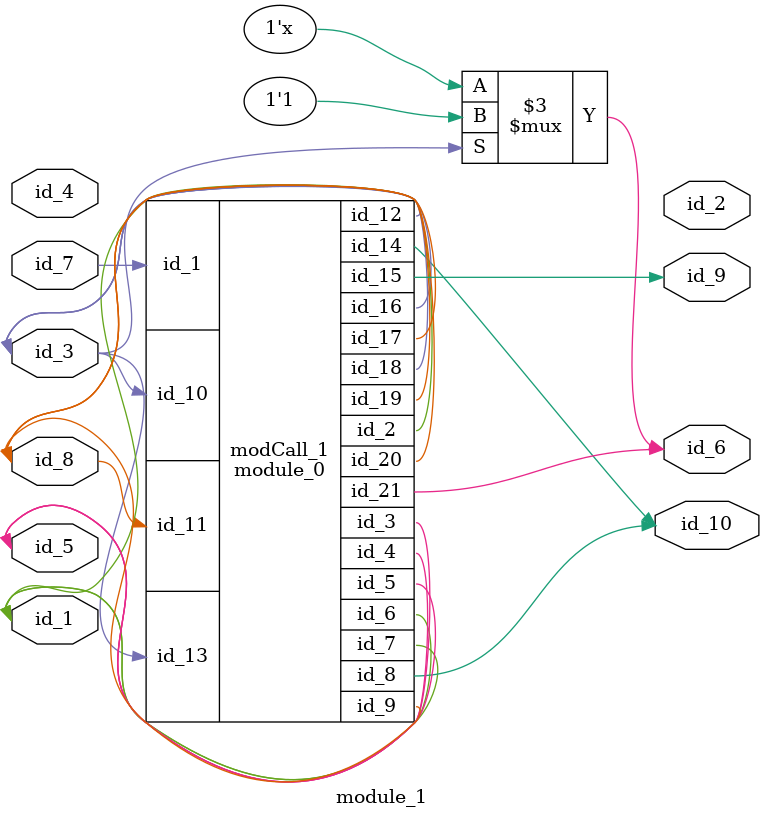
<source format=v>
module module_0 (
    id_1,
    id_2,
    id_3,
    id_4,
    id_5,
    id_6,
    id_7,
    id_8,
    id_9,
    id_10,
    id_11,
    id_12,
    id_13,
    id_14,
    id_15,
    id_16,
    id_17,
    id_18,
    id_19,
    id_20,
    id_21
);
  output wire id_21;
  inout wire id_20;
  output wire id_19;
  inout wire id_18;
  output wire id_17;
  inout wire id_16;
  output wire id_15;
  output wire id_14;
  input wire id_13;
  inout wire id_12;
  input wire id_11;
  input wire id_10;
  inout wire id_9;
  output wire id_8;
  inout wire id_7;
  inout wire id_6;
  inout wire id_5;
  inout wire id_4;
  output wire id_3;
  inout wire id_2;
  input wire id_1;
endmodule
module module_1 (
    id_1,
    id_2,
    id_3,
    id_4,
    id_5,
    id_6,
    id_7,
    id_8,
    id_9,
    id_10
);
  output wire id_10;
  output wire id_9;
  inout wire id_8;
  input wire id_7;
  output wire id_6;
  inout wire id_5;
  input wire id_4;
  inout wire id_3;
  output wire id_2;
  inout wire id_1;
  always if (id_3) id_6 = 1;
  module_0 modCall_1 (
      id_7,
      id_1,
      id_5,
      id_5,
      id_5,
      id_1,
      id_1,
      id_10,
      id_8,
      id_3,
      id_8,
      id_3,
      id_3,
      id_10,
      id_9,
      id_3,
      id_8,
      id_3,
      id_8,
      id_8,
      id_6
  );
endmodule

</source>
